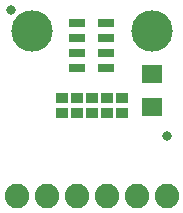
<source format=gbr>
G04 EAGLE Gerber RS-274X export*
G75*
%MOMM*%
%FSLAX34Y34*%
%LPD*%
%INSoldermask Top*%
%IPPOS*%
%AMOC8*
5,1,8,0,0,1.08239X$1,22.5*%
G01*
%ADD10R,1.403200X0.703200*%
%ADD11R,1.103200X0.903200*%
%ADD12R,1.803200X1.603200*%
%ADD13C,3.505200*%
%ADD14C,2.082800*%
%ADD15C,0.838200*%


D10*
X88200Y120950D03*
X88200Y133450D03*
X88200Y145950D03*
X88200Y158450D03*
X64200Y120950D03*
X64200Y133450D03*
X64200Y145950D03*
X64200Y158450D03*
D11*
X88900Y95400D03*
X88900Y82400D03*
X63500Y95400D03*
X63500Y82400D03*
X50800Y95400D03*
X50800Y82400D03*
D12*
X127000Y87600D03*
X127000Y115600D03*
D11*
X76200Y95400D03*
X76200Y82400D03*
D13*
X127000Y152400D03*
X25400Y152400D03*
D14*
X12700Y12700D03*
X38100Y12700D03*
X63500Y12700D03*
X88900Y12700D03*
X114300Y12700D03*
X139700Y12700D03*
D11*
X101600Y95400D03*
X101600Y82400D03*
D15*
X139700Y63500D03*
X7620Y170180D03*
M02*

</source>
